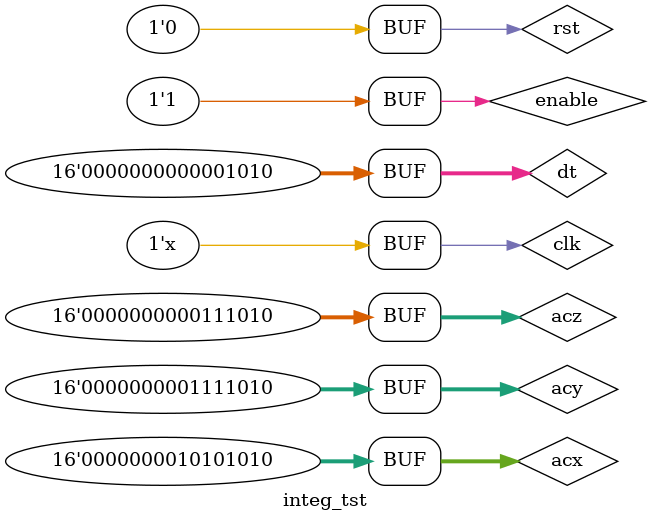
<source format=v>
`timescale 1ns / 1ps


module integ_tst;

	// Inputs
	reg [15:0] acx;
	reg [15:0] acy;
	reg [15:0] acz;
	reg [15:0] dt;
	reg rst;
	reg clk;
	reg enable;

	// Outputs
	wire [15:0] vx;
	wire [15:0] vy;
	wire [15:0] vz;
	wire [15:0] px;
	wire [15:0] py;
	wire [15:0] pz;
	wire bussy;

	// Instantiate the Unit Under Test (UUT)
	Integrator uut (
		.acx(acx), 
		.acy(acy), 
		.acz(acz), 
		.dt(dt), 
		.rst(rst), 
		.clk(clk), 
		.enable(enable), 
		.vx(vx), 
		.vy(vy), 
		.vz(vz), 
		.px(px), 
		.py(py), 
		.pz(pz), 
		.bussy(bussy)
	);

	initial begin
		// Initialize Inputs
		acx = 16'hAA;
		acy = 16'h7A;
		acz = 16'h3A;
		dt = 16'h0A;
		rst = 1;
		clk = 0;
		enable = 0;

		// Wait 100 ns for global reset to finish
		#100;
        enable = 1;
		  rst = 0;
		// Add stimulus here

	end
   always #5 clk <= !clk;
endmodule


</source>
